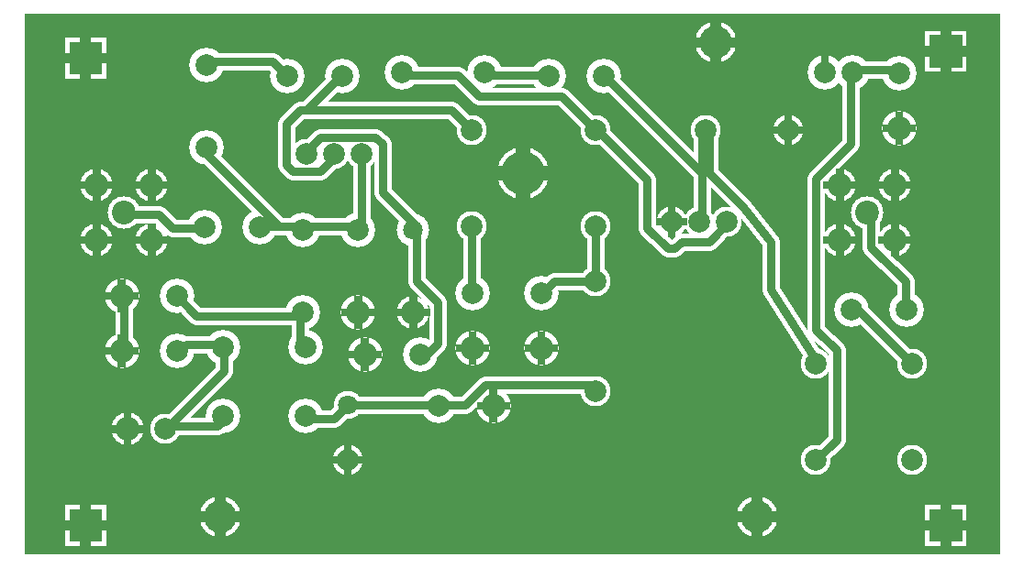
<source format=gbr>
%FSLAX34Y34*%
%MOMM*%
%LNCOPPER_BOTTOM*%
G71*
G01*
%ADD10C,2.800*%
%ADD11C,3.200*%
%ADD12C,3.000*%
%ADD13C,3.000*%
%ADD14C,2.800*%
%ADD15C,2.600*%
%ADD16C,1.600*%
%ADD17C,4.800*%
%ADD18C,2.800*%
%ADD19C,3.000*%
%ADD20C,3.800*%
%ADD21C,0.733*%
%ADD22C,0.667*%
%ADD23C,0.813*%
%ADD24C,1.333*%
%ADD25C,1.000*%
%ADD26C,2.000*%
%ADD27C,2.000*%
%ADD28C,2.200*%
%ADD29C,1.800*%
%ADD30C,0.800*%
%ADD31C,4.000*%
%ADD32C,2.000*%
%ADD33C,2.200*%
%ADD34C,3.000*%
%LPD*%
G36*
X0Y500000D02*
X900000Y500000D01*
X900000Y0D01*
X0Y0D01*
X0Y500000D01*
G37*
%LPC*%
X260350Y369950D02*
G54D10*
D03*
X285750Y369950D02*
G54D10*
D03*
X311150Y369950D02*
G54D10*
D03*
X648055Y307221D02*
G54D10*
D03*
X622655Y307221D02*
G54D10*
D03*
X597255Y307221D02*
G54D10*
D03*
X216949Y302523D02*
G54D11*
D03*
X165969Y302411D02*
G54D11*
D03*
X257175Y299975D02*
G54D11*
D03*
X257125Y223725D02*
G54D11*
D03*
X66650Y341350D02*
G54D12*
D03*
X117450Y341350D02*
G54D12*
D03*
X92050Y315950D02*
G54D12*
D03*
X117450Y290550D02*
G54D12*
D03*
X66650Y290550D02*
G54D12*
D03*
X168275Y452375D02*
G54D11*
D03*
X168225Y376125D02*
G54D11*
D03*
X307975Y299975D02*
G54D11*
D03*
X307925Y223725D02*
G54D11*
D03*
X293149Y442223D02*
G54D11*
D03*
X242169Y442111D02*
G54D11*
D03*
X358775Y299975D02*
G54D13*
D03*
X358725Y223725D02*
G54D13*
D03*
X314284Y184661D02*
G54D11*
D03*
X365265Y184773D02*
G54D11*
D03*
X259773Y191898D02*
G54D11*
D03*
X183523Y191948D02*
G54D11*
D03*
X140749Y239023D02*
G54D11*
D03*
X89769Y238911D02*
G54D11*
D03*
X140749Y188223D02*
G54D11*
D03*
X89769Y188111D02*
G54D11*
D03*
X95162Y115950D02*
G54D14*
D03*
X130262Y115950D02*
G54D14*
D03*
X259773Y128398D02*
G54D11*
D03*
X183523Y128448D02*
G54D11*
D03*
X298450Y87250D02*
G54D15*
D03*
X298450Y138050D02*
G54D15*
D03*
X432849Y137423D02*
G54D11*
D03*
X381869Y137311D02*
G54D11*
D03*
X424873Y445898D02*
G54D11*
D03*
X348623Y445948D02*
G54D11*
D03*
X628650Y392050D02*
G54D14*
D03*
X704850Y392050D02*
G54D14*
D03*
X813849Y226324D02*
G54D11*
D03*
X762868Y226211D02*
G54D11*
D03*
X412750Y392050D02*
G54D14*
D03*
X412750Y303150D02*
G54D14*
D03*
X527050Y392050D02*
G54D14*
D03*
X527050Y303150D02*
G54D14*
D03*
X413448Y190660D02*
G54D11*
D03*
X413335Y241640D02*
G54D11*
D03*
X738325Y445425D02*
G54D11*
D03*
X763825Y445425D02*
G54D11*
D03*
X807148Y393860D02*
G54D11*
D03*
X807035Y444840D02*
G54D11*
D03*
X730250Y176150D02*
G54D14*
D03*
X819150Y176150D02*
G54D14*
D03*
X730250Y87250D02*
G54D14*
D03*
X819150Y87250D02*
G54D14*
D03*
X534450Y442223D02*
G54D11*
D03*
X483470Y442110D02*
G54D11*
D03*
X752450Y341350D02*
G54D12*
D03*
X803250Y341350D02*
G54D12*
D03*
X777850Y315950D02*
G54D12*
D03*
X803250Y290550D02*
G54D12*
D03*
X752450Y290550D02*
G54D12*
D03*
X527050Y252350D02*
G54D14*
D03*
X527050Y150750D02*
G54D14*
D03*
X476948Y190660D02*
G54D11*
D03*
X476835Y241640D02*
G54D11*
D03*
G54D16*
X183523Y128448D02*
X184150Y125350D01*
X177800Y119000D01*
X133350Y119000D01*
X130262Y115950D01*
G54D16*
X130262Y115950D02*
X133350Y119000D01*
X184150Y169800D01*
X184150Y188850D01*
X183523Y191948D01*
G54D16*
X140749Y239023D02*
X139700Y239650D01*
X158750Y220600D01*
X254000Y220600D01*
X257125Y223725D01*
G54D16*
X259773Y191898D02*
X260350Y188850D01*
X254000Y195200D01*
X254000Y220600D01*
X257125Y223725D01*
G54D16*
X298450Y138050D02*
X285750Y125350D01*
X260350Y125350D01*
X259773Y128398D01*
G54D16*
X381869Y137311D02*
X381000Y138050D01*
X298450Y138050D01*
G54D16*
X527050Y150750D02*
X520700Y157100D01*
X425450Y157100D01*
X406400Y138050D01*
X298450Y138050D01*
G54D16*
X257175Y299975D02*
X260350Y303150D01*
X215900Y303150D01*
X216949Y302523D01*
G54D16*
X307975Y299975D02*
X311150Y303150D01*
X260350Y303150D01*
X257175Y299975D01*
G54D16*
X307975Y299975D02*
X311150Y303150D01*
X311150Y373000D01*
X311150Y369950D01*
G54D16*
X358775Y299975D02*
X361950Y303150D01*
X330200Y334900D01*
X330200Y379350D01*
X323850Y385700D01*
X273050Y385700D01*
X260350Y373000D01*
X260350Y369950D01*
G54D16*
X168225Y376125D02*
X165100Y373000D01*
X234950Y303150D01*
X260350Y303150D01*
X257175Y299975D01*
G54D16*
X242169Y442111D02*
X241300Y442850D01*
X228600Y455550D01*
X171450Y455550D01*
X168275Y452375D01*
G54D16*
X293149Y442223D02*
X292100Y442850D01*
X260350Y411100D01*
X254000Y411100D01*
X241300Y398400D01*
X241300Y360300D01*
X247650Y353950D01*
X273050Y353950D01*
X285750Y366650D01*
X285750Y373000D01*
X285750Y369950D01*
G54D16*
X412750Y392050D02*
X393700Y411100D01*
X254000Y411100D01*
X241300Y398400D01*
X241300Y360300D01*
X247650Y353950D01*
X273050Y353950D01*
X285750Y366650D01*
X285750Y373000D01*
X285750Y369950D01*
G54D16*
X527050Y392050D02*
X495300Y423800D01*
X419100Y423800D01*
X400050Y442850D01*
X349250Y442850D01*
X348623Y445948D01*
G54D16*
X483470Y442110D02*
X482600Y442850D01*
X425450Y442850D01*
X424873Y445898D01*
G54D16*
X476835Y241640D02*
X476250Y239650D01*
X488950Y252350D01*
X527050Y252350D01*
G54D16*
X527050Y252350D02*
X527050Y303150D01*
G54D16*
X413335Y241640D02*
X412750Y239650D01*
X412750Y303150D01*
G54D16*
X365265Y184773D02*
X368300Y182500D01*
X381000Y195200D01*
X381000Y233300D01*
X361950Y252350D01*
X361950Y303150D01*
X358775Y299975D01*
G54D16*
X777850Y315950D02*
X774700Y315850D01*
X781050Y309500D01*
X781050Y284100D01*
X812800Y252350D01*
X812800Y226950D01*
X813849Y226324D01*
G54D16*
X819150Y176150D02*
X768350Y226950D01*
X762000Y226950D01*
X762868Y226211D01*
G54D16*
X730250Y87250D02*
X749300Y106300D01*
X749300Y188850D01*
X730250Y207900D01*
X730250Y347600D01*
X762000Y379350D01*
X762000Y442850D01*
X763825Y445425D01*
G54D16*
X89769Y188111D02*
X92050Y187350D01*
X92050Y238150D01*
X89769Y238911D01*
X460350Y352450D02*
G54D17*
D03*
X89769Y188111D02*
G54D18*
D03*
X89769Y238911D02*
G54D18*
D03*
X432849Y137423D02*
G54D18*
D03*
X704850Y392050D02*
G54D18*
D03*
X358725Y223725D02*
G54D18*
D03*
X307925Y223725D02*
G54D19*
D03*
X314284Y184661D02*
G54D19*
D03*
X413448Y190660D02*
G54D19*
D03*
X476948Y190660D02*
G54D19*
D03*
X298450Y87250D02*
G54D18*
D03*
X89769Y238911D02*
G54D19*
D03*
X89769Y188111D02*
G54D19*
D03*
X95162Y115950D02*
G54D19*
D03*
X432849Y137423D02*
G54D19*
D03*
X358725Y223725D02*
G54D19*
D03*
G54D16*
X92050Y315950D02*
X92050Y314350D01*
X123800Y314350D01*
X136500Y301650D01*
X168250Y301650D01*
X165969Y302411D01*
X807148Y393860D02*
G54D19*
D03*
G54D16*
X140749Y188223D02*
X142850Y187350D01*
X149200Y193700D01*
X180950Y193700D01*
X183523Y191948D01*
G54D16*
X807035Y444840D02*
X809600Y447700D01*
X765150Y447700D01*
X763825Y445425D01*
G54D16*
X534450Y442223D02*
X536550Y441350D01*
X625450Y352450D01*
X625450Y308000D01*
X622655Y307221D01*
X597255Y307221D02*
G54D18*
D03*
G54D16*
X527050Y392050D02*
X530200Y390550D01*
X574650Y346100D01*
X574650Y301650D01*
X593700Y282600D01*
X600050Y282600D01*
X606400Y288950D01*
X631800Y288950D01*
X650850Y308000D01*
X648055Y307221D01*
G54D16*
X628650Y392050D02*
X631800Y390550D01*
X625450Y384200D01*
X625450Y308000D01*
X622655Y307221D01*
G54D16*
X730250Y176150D02*
X733400Y174650D01*
X688950Y244500D01*
X688950Y288950D01*
X663550Y320700D01*
X631800Y352450D01*
X631800Y390550D01*
X628650Y392050D01*
X307975Y299975D02*
G54D13*
D03*
X307925Y223725D02*
G54D13*
D03*
G36*
X37523Y477648D02*
X75523Y477648D01*
X75523Y439648D01*
X37523Y439648D01*
X37523Y477648D01*
G37*
G36*
X831273Y483998D02*
X869273Y483998D01*
X869273Y445998D01*
X831273Y445998D01*
X831273Y483998D01*
G37*
G36*
X37523Y45848D02*
X75523Y45848D01*
X75523Y7848D01*
X37523Y7848D01*
X37523Y45848D01*
G37*
G36*
X831273Y45848D02*
X869273Y45848D01*
X869273Y7848D01*
X831273Y7848D01*
X831273Y45848D01*
G37*
X180950Y34950D02*
G54D20*
D03*
X676250Y34950D02*
G54D20*
D03*
X638150Y473100D02*
G54D20*
D03*
%LPD*%
G54D21*
G36*
X62983Y341350D02*
X62983Y356850D01*
X70317Y356850D01*
X70317Y341350D01*
X62983Y341350D01*
G37*
G36*
X66650Y345017D02*
X82150Y345017D01*
X82150Y337683D01*
X66650Y337683D01*
X66650Y345017D01*
G37*
G36*
X70317Y341350D02*
X70317Y325850D01*
X62983Y325850D01*
X62983Y341350D01*
X70317Y341350D01*
G37*
G36*
X66650Y337683D02*
X51150Y337683D01*
X51150Y345017D01*
X66650Y345017D01*
X66650Y337683D01*
G37*
G54D21*
G36*
X113783Y341350D02*
X113783Y356850D01*
X121117Y356850D01*
X121117Y341350D01*
X113783Y341350D01*
G37*
G36*
X117450Y345017D02*
X132950Y345017D01*
X132950Y337683D01*
X117450Y337683D01*
X117450Y345017D01*
G37*
G36*
X121117Y341350D02*
X121117Y325850D01*
X113783Y325850D01*
X113783Y341350D01*
X121117Y341350D01*
G37*
G36*
X117450Y337683D02*
X101950Y337683D01*
X101950Y345017D01*
X117450Y345017D01*
X117450Y337683D01*
G37*
G54D21*
G36*
X113783Y290550D02*
X113783Y306050D01*
X121117Y306050D01*
X121117Y290550D01*
X113783Y290550D01*
G37*
G36*
X117450Y294217D02*
X132950Y294217D01*
X132950Y286883D01*
X117450Y286883D01*
X117450Y294217D01*
G37*
G36*
X121117Y290550D02*
X121117Y275050D01*
X113783Y275050D01*
X113783Y290550D01*
X121117Y290550D01*
G37*
G36*
X117450Y286883D02*
X101950Y286883D01*
X101950Y294217D01*
X117450Y294217D01*
X117450Y286883D01*
G37*
G54D21*
G36*
X62983Y290550D02*
X62983Y306050D01*
X70317Y306050D01*
X70317Y290550D01*
X62983Y290550D01*
G37*
G36*
X66650Y294217D02*
X82150Y294217D01*
X82150Y286883D01*
X66650Y286883D01*
X66650Y294217D01*
G37*
G36*
X70317Y290550D02*
X70317Y275050D01*
X62983Y275050D01*
X62983Y290550D01*
X70317Y290550D01*
G37*
G36*
X66650Y286883D02*
X51150Y286883D01*
X51150Y294217D01*
X66650Y294217D01*
X66650Y286883D01*
G37*
G54D22*
G36*
X734992Y445425D02*
X734992Y461925D01*
X741658Y461925D01*
X741658Y445425D01*
X734992Y445425D01*
G37*
G54D23*
G54D21*
G36*
X748783Y341350D02*
X748783Y356850D01*
X756117Y356850D01*
X756117Y341350D01*
X748783Y341350D01*
G37*
G36*
X752450Y345017D02*
X767950Y345017D01*
X767950Y337683D01*
X752450Y337683D01*
X752450Y345017D01*
G37*
G36*
X756117Y341350D02*
X756117Y325850D01*
X748783Y325850D01*
X748783Y341350D01*
X756117Y341350D01*
G37*
G36*
X752450Y337683D02*
X736950Y337683D01*
X736950Y345017D01*
X752450Y345017D01*
X752450Y337683D01*
G37*
G54D21*
G36*
X799583Y341350D02*
X799583Y356850D01*
X806917Y356850D01*
X806917Y341350D01*
X799583Y341350D01*
G37*
G36*
X803250Y345017D02*
X818750Y345017D01*
X818750Y337683D01*
X803250Y337683D01*
X803250Y345017D01*
G37*
G36*
X806917Y341350D02*
X806917Y325850D01*
X799583Y325850D01*
X799583Y341350D01*
X806917Y341350D01*
G37*
G36*
X803250Y337683D02*
X787750Y337683D01*
X787750Y345017D01*
X803250Y345017D01*
X803250Y337683D01*
G37*
G54D21*
G36*
X799583Y290550D02*
X799583Y306050D01*
X806917Y306050D01*
X806917Y290550D01*
X799583Y290550D01*
G37*
G36*
X803250Y294217D02*
X818750Y294217D01*
X818750Y286883D01*
X803250Y286883D01*
X803250Y294217D01*
G37*
G36*
X806917Y290550D02*
X806917Y275050D01*
X799583Y275050D01*
X799583Y290550D01*
X806917Y290550D01*
G37*
G36*
X803250Y286883D02*
X787750Y286883D01*
X787750Y294217D01*
X803250Y294217D01*
X803250Y286883D01*
G37*
G54D21*
G36*
X748783Y290550D02*
X748783Y306050D01*
X756117Y306050D01*
X756117Y290550D01*
X748783Y290550D01*
G37*
G36*
X752450Y294217D02*
X767950Y294217D01*
X767950Y286883D01*
X752450Y286883D01*
X752450Y294217D01*
G37*
G36*
X756117Y290550D02*
X756117Y275050D01*
X748783Y275050D01*
X748783Y290550D01*
X756117Y290550D01*
G37*
G36*
X752450Y286883D02*
X736950Y286883D01*
X736950Y294217D01*
X752450Y294217D01*
X752450Y286883D01*
G37*
G54D24*
G36*
X453683Y352450D02*
X453683Y376950D01*
X467017Y376950D01*
X467017Y352450D01*
X453683Y352450D01*
G37*
G36*
X460350Y359117D02*
X484850Y359117D01*
X484850Y345783D01*
X460350Y345783D01*
X460350Y359117D01*
G37*
G36*
X467017Y352450D02*
X467017Y327950D01*
X453683Y327950D01*
X453683Y352450D01*
X467017Y352450D01*
G37*
G36*
X460350Y345783D02*
X435850Y345783D01*
X435850Y359117D01*
X460350Y359117D01*
X460350Y345783D01*
G37*
G54D22*
G36*
X86436Y188111D02*
X86436Y202611D01*
X93102Y202611D01*
X93102Y188111D01*
X86436Y188111D01*
G37*
G36*
X89769Y191444D02*
X104269Y191444D01*
X104269Y184778D01*
X89769Y184778D01*
X89769Y191444D01*
G37*
G36*
X93102Y188111D02*
X93102Y173611D01*
X86436Y173611D01*
X86436Y188111D01*
X93102Y188111D01*
G37*
G36*
X89769Y184778D02*
X75269Y184778D01*
X75269Y191444D01*
X89769Y191444D01*
X89769Y184778D01*
G37*
G54D22*
G36*
X86436Y238911D02*
X86436Y253411D01*
X93102Y253411D01*
X93102Y238911D01*
X86436Y238911D01*
G37*
G36*
X89769Y242244D02*
X104269Y242244D01*
X104269Y235578D01*
X89769Y235578D01*
X89769Y242244D01*
G37*
G36*
X93102Y238911D02*
X93102Y224411D01*
X86436Y224411D01*
X86436Y238911D01*
X93102Y238911D01*
G37*
G36*
X89769Y235578D02*
X75269Y235578D01*
X75269Y242244D01*
X89769Y242244D01*
X89769Y235578D01*
G37*
G54D22*
G36*
X429516Y137423D02*
X429516Y151923D01*
X436182Y151923D01*
X436182Y137423D01*
X429516Y137423D01*
G37*
G36*
X432849Y140756D02*
X447349Y140756D01*
X447349Y134090D01*
X432849Y134090D01*
X432849Y140756D01*
G37*
G36*
X436182Y137423D02*
X436182Y122923D01*
X429516Y122923D01*
X429516Y137423D01*
X436182Y137423D01*
G37*
G36*
X432849Y134090D02*
X418349Y134090D01*
X418349Y140756D01*
X432849Y140756D01*
X432849Y134090D01*
G37*
G54D22*
G36*
X701517Y392050D02*
X701517Y406550D01*
X708183Y406550D01*
X708183Y392050D01*
X701517Y392050D01*
G37*
G36*
X704850Y395383D02*
X719350Y395383D01*
X719350Y388717D01*
X704850Y388717D01*
X704850Y395383D01*
G37*
G36*
X708183Y392050D02*
X708183Y377550D01*
X701517Y377550D01*
X701517Y392050D01*
X708183Y392050D01*
G37*
G36*
X704850Y388717D02*
X690350Y388717D01*
X690350Y395383D01*
X704850Y395383D01*
X704850Y388717D01*
G37*
G54D22*
G36*
X355392Y223725D02*
X355392Y238225D01*
X362058Y238225D01*
X362058Y223725D01*
X355392Y223725D01*
G37*
G36*
X358725Y227058D02*
X373225Y227058D01*
X373225Y220392D01*
X358725Y220392D01*
X358725Y227058D01*
G37*
G36*
X362058Y223725D02*
X362058Y209225D01*
X355392Y209225D01*
X355392Y223725D01*
X362058Y223725D01*
G37*
G36*
X358725Y220392D02*
X344225Y220392D01*
X344225Y227058D01*
X358725Y227058D01*
X358725Y220392D01*
G37*
G54D21*
G36*
X304258Y223725D02*
X304258Y239225D01*
X311592Y239225D01*
X311592Y223725D01*
X304258Y223725D01*
G37*
G36*
X307925Y227392D02*
X323425Y227392D01*
X323425Y220058D01*
X307925Y220058D01*
X307925Y227392D01*
G37*
G36*
X311592Y223725D02*
X311592Y208225D01*
X304258Y208225D01*
X304258Y223725D01*
X311592Y223725D01*
G37*
G36*
X307925Y220058D02*
X292425Y220058D01*
X292425Y227392D01*
X307925Y227392D01*
X307925Y220058D01*
G37*
G54D21*
G36*
X310617Y184661D02*
X310617Y200161D01*
X317951Y200161D01*
X317951Y184661D01*
X310617Y184661D01*
G37*
G36*
X314284Y188327D02*
X329784Y188327D01*
X329784Y180994D01*
X314284Y180994D01*
X314284Y188327D01*
G37*
G36*
X317951Y184661D02*
X317951Y169161D01*
X310617Y169161D01*
X310617Y184661D01*
X317951Y184661D01*
G37*
G36*
X314284Y180994D02*
X298784Y180994D01*
X298784Y188327D01*
X314284Y188327D01*
X314284Y180994D01*
G37*
G54D21*
G36*
X409781Y190660D02*
X409781Y206160D01*
X417114Y206160D01*
X417114Y190660D01*
X409781Y190660D01*
G37*
G36*
X413448Y194326D02*
X428948Y194326D01*
X428948Y186993D01*
X413448Y186993D01*
X413448Y194326D01*
G37*
G36*
X417114Y190660D02*
X417114Y175160D01*
X409781Y175160D01*
X409781Y190660D01*
X417114Y190660D01*
G37*
G36*
X413448Y186993D02*
X397948Y186993D01*
X397948Y194326D01*
X413448Y194326D01*
X413448Y186993D01*
G37*
G54D21*
G36*
X473281Y190660D02*
X473281Y206160D01*
X480614Y206160D01*
X480614Y190660D01*
X473281Y190660D01*
G37*
G36*
X476948Y194326D02*
X492448Y194326D01*
X492448Y186993D01*
X476948Y186993D01*
X476948Y194326D01*
G37*
G36*
X480614Y190660D02*
X480614Y175160D01*
X473281Y175160D01*
X473281Y190660D01*
X480614Y190660D01*
G37*
G36*
X476948Y186993D02*
X461448Y186993D01*
X461448Y194326D01*
X476948Y194326D01*
X476948Y186993D01*
G37*
G54D22*
G36*
X295117Y87250D02*
X295117Y101750D01*
X301783Y101750D01*
X301783Y87250D01*
X295117Y87250D01*
G37*
G36*
X298450Y90583D02*
X312950Y90583D01*
X312950Y83917D01*
X298450Y83917D01*
X298450Y90583D01*
G37*
G36*
X301783Y87250D02*
X301783Y72750D01*
X295117Y72750D01*
X295117Y87250D01*
X301783Y87250D01*
G37*
G36*
X298450Y83917D02*
X283950Y83917D01*
X283950Y90583D01*
X298450Y90583D01*
X298450Y83917D01*
G37*
G54D21*
G36*
X86102Y238911D02*
X86102Y254411D01*
X93435Y254411D01*
X93435Y238911D01*
X86102Y238911D01*
G37*
G36*
X89769Y242578D02*
X105269Y242578D01*
X105269Y235244D01*
X89769Y235244D01*
X89769Y242578D01*
G37*
G36*
X93435Y238911D02*
X93435Y223411D01*
X86102Y223411D01*
X86102Y238911D01*
X93435Y238911D01*
G37*
G36*
X89769Y235244D02*
X74269Y235244D01*
X74269Y242578D01*
X89769Y242578D01*
X89769Y235244D01*
G37*
G54D21*
G36*
X86102Y188111D02*
X86102Y203611D01*
X93435Y203611D01*
X93435Y188111D01*
X86102Y188111D01*
G37*
G36*
X89769Y191778D02*
X105269Y191778D01*
X105269Y184444D01*
X89769Y184444D01*
X89769Y191778D01*
G37*
G36*
X93435Y188111D02*
X93435Y172611D01*
X86102Y172611D01*
X86102Y188111D01*
X93435Y188111D01*
G37*
G36*
X89769Y184444D02*
X74269Y184444D01*
X74269Y191778D01*
X89769Y191778D01*
X89769Y184444D01*
G37*
G54D21*
G36*
X91495Y115950D02*
X91495Y131450D01*
X98829Y131450D01*
X98829Y115950D01*
X91495Y115950D01*
G37*
G36*
X95162Y119617D02*
X110662Y119617D01*
X110662Y112283D01*
X95162Y112283D01*
X95162Y119617D01*
G37*
G36*
X98829Y115950D02*
X98829Y100450D01*
X91495Y100450D01*
X91495Y115950D01*
X98829Y115950D01*
G37*
G36*
X95162Y112283D02*
X79662Y112283D01*
X79662Y119617D01*
X95162Y119617D01*
X95162Y112283D01*
G37*
G54D21*
G36*
X429182Y137423D02*
X429182Y152923D01*
X436516Y152923D01*
X436516Y137423D01*
X429182Y137423D01*
G37*
G36*
X432849Y141090D02*
X448349Y141090D01*
X448349Y133756D01*
X432849Y133756D01*
X432849Y141090D01*
G37*
G36*
X436516Y137423D02*
X436516Y121923D01*
X429182Y121923D01*
X429182Y137423D01*
X436516Y137423D01*
G37*
G36*
X432849Y133756D02*
X417349Y133756D01*
X417349Y141090D01*
X432849Y141090D01*
X432849Y133756D01*
G37*
G54D21*
G36*
X355058Y223725D02*
X355058Y239225D01*
X362392Y239225D01*
X362392Y223725D01*
X355058Y223725D01*
G37*
G36*
X358725Y227392D02*
X374225Y227392D01*
X374225Y220058D01*
X358725Y220058D01*
X358725Y227392D01*
G37*
G36*
X362392Y223725D02*
X362392Y208225D01*
X355058Y208225D01*
X355058Y223725D01*
X362392Y223725D01*
G37*
G36*
X358725Y220058D02*
X343225Y220058D01*
X343225Y227392D01*
X358725Y227392D01*
X358725Y220058D01*
G37*
G54D21*
G36*
X803481Y393860D02*
X803481Y409360D01*
X810814Y409360D01*
X810814Y393860D01*
X803481Y393860D01*
G37*
G36*
X807148Y397526D02*
X822648Y397526D01*
X822648Y390193D01*
X807148Y390193D01*
X807148Y397526D01*
G37*
G36*
X810814Y393860D02*
X810814Y378360D01*
X803481Y378360D01*
X803481Y393860D01*
X810814Y393860D01*
G37*
G36*
X807148Y390193D02*
X791648Y390193D01*
X791648Y397526D01*
X807148Y397526D01*
X807148Y390193D01*
G37*
G54D22*
G36*
X593922Y307221D02*
X593922Y321721D01*
X600588Y321721D01*
X600588Y307221D01*
X593922Y307221D01*
G37*
G36*
X597255Y310554D02*
X611755Y310554D01*
X611755Y303888D01*
X597255Y303888D01*
X597255Y310554D01*
G37*
G36*
X600588Y307221D02*
X600588Y292721D01*
X593922Y292721D01*
X593922Y307221D01*
X600588Y307221D01*
G37*
G36*
X597255Y303888D02*
X582755Y303888D01*
X582755Y310554D01*
X597255Y310554D01*
X597255Y303888D01*
G37*
G54D25*
G36*
X51523Y458648D02*
X51523Y478148D01*
X61523Y478148D01*
X61523Y458648D01*
X51523Y458648D01*
G37*
G36*
X56523Y463648D02*
X76023Y463648D01*
X76023Y453648D01*
X56523Y453648D01*
X56523Y463648D01*
G37*
G36*
X61523Y458648D02*
X61523Y439148D01*
X51523Y439148D01*
X51523Y458648D01*
X61523Y458648D01*
G37*
G36*
X56523Y453648D02*
X37023Y453648D01*
X37023Y463648D01*
X56523Y463648D01*
X56523Y453648D01*
G37*
G54D25*
G36*
X845273Y464998D02*
X845273Y484498D01*
X855273Y484498D01*
X855273Y464998D01*
X845273Y464998D01*
G37*
G36*
X850273Y469998D02*
X869773Y469998D01*
X869773Y459998D01*
X850273Y459998D01*
X850273Y469998D01*
G37*
G36*
X855273Y464998D02*
X855273Y445498D01*
X845273Y445498D01*
X845273Y464998D01*
X855273Y464998D01*
G37*
G36*
X850273Y459998D02*
X830773Y459998D01*
X830773Y469998D01*
X850273Y469998D01*
X850273Y459998D01*
G37*
G54D25*
G36*
X51523Y26848D02*
X51523Y46348D01*
X61523Y46348D01*
X61523Y26848D01*
X51523Y26848D01*
G37*
G36*
X56523Y31848D02*
X76023Y31848D01*
X76023Y21848D01*
X56523Y21848D01*
X56523Y31848D01*
G37*
G36*
X61523Y26848D02*
X61523Y7348D01*
X51523Y7348D01*
X51523Y26848D01*
X61523Y26848D01*
G37*
G36*
X56523Y21848D02*
X37023Y21848D01*
X37023Y31848D01*
X56523Y31848D01*
X56523Y21848D01*
G37*
G54D25*
G36*
X845273Y26848D02*
X845273Y46348D01*
X855273Y46348D01*
X855273Y26848D01*
X845273Y26848D01*
G37*
G36*
X850273Y31848D02*
X869773Y31848D01*
X869773Y21848D01*
X850273Y21848D01*
X850273Y31848D01*
G37*
G36*
X855273Y26848D02*
X855273Y7348D01*
X845273Y7348D01*
X845273Y26848D01*
X855273Y26848D01*
G37*
G36*
X850273Y21848D02*
X830773Y21848D01*
X830773Y31848D01*
X850273Y31848D01*
X850273Y21848D01*
G37*
G54D25*
G36*
X175950Y34950D02*
X175950Y54450D01*
X185950Y54450D01*
X185950Y34950D01*
X175950Y34950D01*
G37*
G36*
X180950Y39950D02*
X200450Y39950D01*
X200450Y29950D01*
X180950Y29950D01*
X180950Y39950D01*
G37*
G36*
X185950Y34950D02*
X185950Y15450D01*
X175950Y15450D01*
X175950Y34950D01*
X185950Y34950D01*
G37*
G36*
X180950Y29950D02*
X161450Y29950D01*
X161450Y39950D01*
X180950Y39950D01*
X180950Y29950D01*
G37*
G54D25*
G36*
X671250Y34950D02*
X671250Y54450D01*
X681250Y54450D01*
X681250Y34950D01*
X671250Y34950D01*
G37*
G36*
X676250Y39950D02*
X695750Y39950D01*
X695750Y29950D01*
X676250Y29950D01*
X676250Y39950D01*
G37*
G36*
X681250Y34950D02*
X681250Y15450D01*
X671250Y15450D01*
X671250Y34950D01*
X681250Y34950D01*
G37*
G36*
X676250Y29950D02*
X656750Y29950D01*
X656750Y39950D01*
X676250Y39950D01*
X676250Y29950D01*
G37*
G54D25*
G36*
X633150Y473100D02*
X633150Y492600D01*
X643150Y492600D01*
X643150Y473100D01*
X633150Y473100D01*
G37*
G36*
X638150Y478100D02*
X657650Y478100D01*
X657650Y468100D01*
X638150Y468100D01*
X638150Y478100D01*
G37*
G36*
X643150Y473100D02*
X643150Y453600D01*
X633150Y453600D01*
X633150Y473100D01*
X643150Y473100D01*
G37*
G36*
X638150Y468100D02*
X618650Y468100D01*
X618650Y478100D01*
X638150Y478100D01*
X638150Y468100D01*
G37*
X260350Y369950D02*
G54D26*
D03*
X285750Y369950D02*
G54D26*
D03*
X311150Y369950D02*
G54D26*
D03*
X648055Y307221D02*
G54D26*
D03*
X622655Y307221D02*
G54D26*
D03*
X597255Y307221D02*
G54D26*
D03*
X216949Y302523D02*
G54D27*
D03*
X165969Y302411D02*
G54D27*
D03*
X257175Y299975D02*
G54D27*
D03*
X257125Y223725D02*
G54D27*
D03*
X66650Y341350D02*
G54D28*
D03*
X117450Y341350D02*
G54D28*
D03*
X92050Y315950D02*
G54D28*
D03*
X117450Y290550D02*
G54D28*
D03*
X66650Y290550D02*
G54D28*
D03*
X168275Y452375D02*
G54D27*
D03*
X168225Y376125D02*
G54D27*
D03*
X307975Y299975D02*
G54D27*
D03*
X307925Y223725D02*
G54D27*
D03*
X293149Y442223D02*
G54D27*
D03*
X242169Y442111D02*
G54D27*
D03*
X358775Y299975D02*
G54D29*
D03*
X358725Y223725D02*
G54D29*
D03*
X314284Y184661D02*
G54D27*
D03*
X365265Y184773D02*
G54D27*
D03*
X259773Y191898D02*
G54D27*
D03*
X183523Y191948D02*
G54D27*
D03*
X140749Y239023D02*
G54D27*
D03*
X89769Y238911D02*
G54D27*
D03*
X140749Y188223D02*
G54D27*
D03*
X89769Y188111D02*
G54D27*
D03*
X95162Y115950D02*
G54D27*
D03*
X130262Y115950D02*
G54D27*
D03*
X259773Y128398D02*
G54D27*
D03*
X183523Y128448D02*
G54D27*
D03*
X298450Y87250D02*
G54D29*
D03*
X298450Y138050D02*
G54D29*
D03*
X432849Y137423D02*
G54D27*
D03*
X381869Y137311D02*
G54D27*
D03*
X424873Y445898D02*
G54D27*
D03*
X348623Y445948D02*
G54D27*
D03*
X628650Y392050D02*
G54D27*
D03*
X704850Y392050D02*
G54D27*
D03*
X813849Y226324D02*
G54D27*
D03*
X762868Y226211D02*
G54D27*
D03*
X412750Y392050D02*
G54D27*
D03*
X412750Y303150D02*
G54D27*
D03*
X527050Y392050D02*
G54D27*
D03*
X527050Y303150D02*
G54D27*
D03*
X413448Y190660D02*
G54D27*
D03*
X413335Y241640D02*
G54D27*
D03*
X738325Y445425D02*
G54D27*
D03*
X763825Y445425D02*
G54D27*
D03*
X807148Y393860D02*
G54D27*
D03*
X807035Y444840D02*
G54D27*
D03*
X730250Y176150D02*
G54D27*
D03*
X819150Y176150D02*
G54D27*
D03*
X730250Y87250D02*
G54D27*
D03*
X819150Y87250D02*
G54D27*
D03*
X534450Y442223D02*
G54D27*
D03*
X483470Y442110D02*
G54D27*
D03*
X752450Y341350D02*
G54D28*
D03*
X803250Y341350D02*
G54D28*
D03*
X777850Y315950D02*
G54D28*
D03*
X803250Y290550D02*
G54D28*
D03*
X752450Y290550D02*
G54D28*
D03*
X527050Y252350D02*
G54D27*
D03*
X527050Y150750D02*
G54D27*
D03*
X476948Y190660D02*
G54D27*
D03*
X476835Y241640D02*
G54D27*
D03*
G54D30*
X183523Y128448D02*
X184150Y125350D01*
X177800Y119000D01*
X133350Y119000D01*
X130262Y115950D01*
G54D30*
X130262Y115950D02*
X133350Y119000D01*
X184150Y169800D01*
X184150Y188850D01*
X183523Y191948D01*
G54D30*
X140749Y239023D02*
X139700Y239650D01*
X158750Y220600D01*
X254000Y220600D01*
X257125Y223725D01*
G54D30*
X259773Y191898D02*
X260350Y188850D01*
X254000Y195200D01*
X254000Y220600D01*
X257125Y223725D01*
G54D30*
X298450Y138050D02*
X285750Y125350D01*
X260350Y125350D01*
X259773Y128398D01*
G54D30*
X381869Y137311D02*
X381000Y138050D01*
X298450Y138050D01*
G54D30*
X527050Y150750D02*
X520700Y157100D01*
X425450Y157100D01*
X406400Y138050D01*
X298450Y138050D01*
G54D30*
X257175Y299975D02*
X260350Y303150D01*
X215900Y303150D01*
X216949Y302523D01*
G54D30*
X307975Y299975D02*
X311150Y303150D01*
X260350Y303150D01*
X257175Y299975D01*
G54D30*
X307975Y299975D02*
X311150Y303150D01*
X311150Y373000D01*
X311150Y369950D01*
G54D30*
X358775Y299975D02*
X361950Y303150D01*
X330200Y334900D01*
X330200Y379350D01*
X323850Y385700D01*
X273050Y385700D01*
X260350Y373000D01*
X260350Y369950D01*
G54D30*
X168225Y376125D02*
X165100Y373000D01*
X234950Y303150D01*
X260350Y303150D01*
X257175Y299975D01*
G54D30*
X242169Y442111D02*
X241300Y442850D01*
X228600Y455550D01*
X171450Y455550D01*
X168275Y452375D01*
G54D30*
X293149Y442223D02*
X292100Y442850D01*
X260350Y411100D01*
X254000Y411100D01*
X241300Y398400D01*
X241300Y360300D01*
X247650Y353950D01*
X273050Y353950D01*
X285750Y366650D01*
X285750Y373000D01*
X285750Y369950D01*
G54D30*
X412750Y392050D02*
X393700Y411100D01*
X254000Y411100D01*
X241300Y398400D01*
X241300Y360300D01*
X247650Y353950D01*
X273050Y353950D01*
X285750Y366650D01*
X285750Y373000D01*
X285750Y369950D01*
G54D30*
X527050Y392050D02*
X495300Y423800D01*
X419100Y423800D01*
X400050Y442850D01*
X349250Y442850D01*
X348623Y445948D01*
G54D30*
X483470Y442110D02*
X482600Y442850D01*
X425450Y442850D01*
X424873Y445898D01*
G54D30*
X476835Y241640D02*
X476250Y239650D01*
X488950Y252350D01*
X527050Y252350D01*
G54D30*
X527050Y252350D02*
X527050Y303150D01*
G54D30*
X413335Y241640D02*
X412750Y239650D01*
X412750Y303150D01*
G54D30*
X365265Y184773D02*
X368300Y182500D01*
X381000Y195200D01*
X381000Y233300D01*
X361950Y252350D01*
X361950Y303150D01*
X358775Y299975D01*
G54D30*
X777850Y315950D02*
X774700Y315850D01*
X781050Y309500D01*
X781050Y284100D01*
X812800Y252350D01*
X812800Y226950D01*
X813849Y226324D01*
G54D30*
X819150Y176150D02*
X768350Y226950D01*
X762000Y226950D01*
X762868Y226211D01*
G54D30*
X730250Y87250D02*
X749300Y106300D01*
X749300Y188850D01*
X730250Y207900D01*
X730250Y347600D01*
X762000Y379350D01*
X762000Y442850D01*
X763825Y445425D01*
G54D30*
X89769Y188111D02*
X92050Y187350D01*
X92050Y238150D01*
X89769Y238911D01*
X460350Y352450D02*
G54D31*
D03*
X89769Y188111D02*
G54D32*
D03*
X89769Y238911D02*
G54D32*
D03*
X432849Y137423D02*
G54D32*
D03*
X704850Y392050D02*
G54D32*
D03*
X358725Y223725D02*
G54D32*
D03*
X307925Y223725D02*
G54D33*
D03*
X314284Y184661D02*
G54D33*
D03*
X413448Y190660D02*
G54D33*
D03*
X476948Y190660D02*
G54D33*
D03*
X298450Y87250D02*
G54D32*
D03*
X89769Y238911D02*
G54D33*
D03*
X89769Y188111D02*
G54D33*
D03*
X95162Y115950D02*
G54D33*
D03*
X432849Y137423D02*
G54D33*
D03*
X358725Y223725D02*
G54D33*
D03*
G54D30*
X92050Y315950D02*
X92050Y314350D01*
X123800Y314350D01*
X136500Y301650D01*
X168250Y301650D01*
X165969Y302411D01*
X807148Y393860D02*
G54D33*
D03*
G54D30*
X140749Y188223D02*
X142850Y187350D01*
X149200Y193700D01*
X180950Y193700D01*
X183523Y191948D01*
G54D30*
X807035Y444840D02*
X809600Y447700D01*
X765150Y447700D01*
X763825Y445425D01*
G54D30*
X534450Y442223D02*
X536550Y441350D01*
X625450Y352450D01*
X625450Y308000D01*
X622655Y307221D01*
X597255Y307221D02*
G54D32*
D03*
G54D30*
X527050Y392050D02*
X530200Y390550D01*
X574650Y346100D01*
X574650Y301650D01*
X593700Y282600D01*
X600050Y282600D01*
X606400Y288950D01*
X631800Y288950D01*
X650850Y308000D01*
X648055Y307221D01*
G54D30*
X628650Y392050D02*
X631800Y390550D01*
X625450Y384200D01*
X625450Y308000D01*
X622655Y307221D01*
G54D30*
X730250Y176150D02*
X733400Y174650D01*
X688950Y244500D01*
X688950Y288950D01*
X663550Y320700D01*
X631800Y352450D01*
X631800Y390550D01*
X628650Y392050D01*
X307975Y299975D02*
G54D29*
D03*
X307925Y223725D02*
G54D29*
D03*
G36*
X41523Y473648D02*
X71523Y473648D01*
X71523Y443648D01*
X41523Y443648D01*
X41523Y473648D01*
G37*
G36*
X835273Y479998D02*
X865273Y479998D01*
X865273Y449998D01*
X835273Y449998D01*
X835273Y479998D01*
G37*
G36*
X41523Y41848D02*
X71523Y41848D01*
X71523Y11848D01*
X41523Y11848D01*
X41523Y41848D01*
G37*
G36*
X835273Y41848D02*
X865273Y41848D01*
X865273Y11848D01*
X835273Y11848D01*
X835273Y41848D01*
G37*
X180950Y34950D02*
G54D34*
D03*
X676250Y34950D02*
G54D34*
D03*
X638150Y473100D02*
G54D34*
D03*
M02*

</source>
